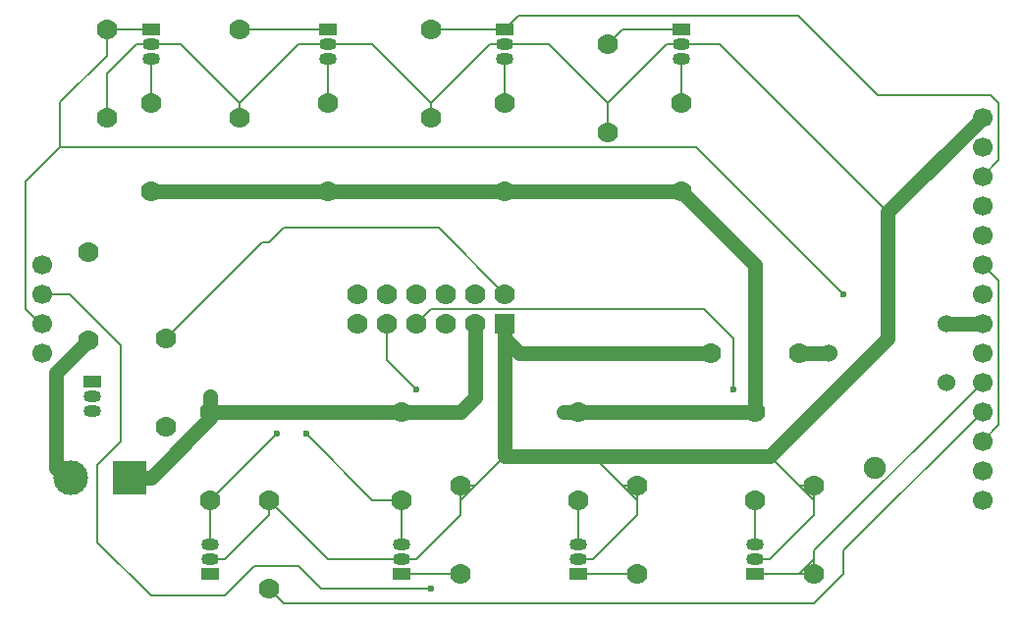
<source format=gbr>
%TF.GenerationSoftware,KiCad,Pcbnew,8.0.6*%
%TF.CreationDate,2025-05-19T18:36:41-06:00*%
%TF.ProjectId,Subsystem SPI Breakout v4,53756273-7973-4746-956d-205350492042,rev?*%
%TF.SameCoordinates,Original*%
%TF.FileFunction,Copper,L1,Top*%
%TF.FilePolarity,Positive*%
%FSLAX46Y46*%
G04 Gerber Fmt 4.6, Leading zero omitted, Abs format (unit mm)*
G04 Created by KiCad (PCBNEW 8.0.6) date 2025-05-19 18:36:41*
%MOMM*%
%LPD*%
G01*
G04 APERTURE LIST*
%TA.AperFunction,ComponentPad*%
%ADD10C,1.778000*%
%TD*%
%TA.AperFunction,ComponentPad*%
%ADD11C,1.524000*%
%TD*%
%TA.AperFunction,ComponentPad*%
%ADD12R,1.500000X1.050000*%
%TD*%
%TA.AperFunction,ComponentPad*%
%ADD13O,1.500000X1.050000*%
%TD*%
%TA.AperFunction,ComponentPad*%
%ADD14C,1.905000*%
%TD*%
%TA.AperFunction,ComponentPad*%
%ADD15R,3.000000X3.000000*%
%TD*%
%TA.AperFunction,ComponentPad*%
%ADD16C,3.000000*%
%TD*%
%TA.AperFunction,ComponentPad*%
%ADD17R,1.778000X1.778000*%
%TD*%
%TA.AperFunction,ComponentPad*%
%ADD18C,1.700000*%
%TD*%
%TA.AperFunction,ViaPad*%
%ADD19C,0.600000*%
%TD*%
%TA.AperFunction,Conductor*%
%ADD20C,1.270000*%
%TD*%
%TA.AperFunction,Conductor*%
%ADD21C,0.200000*%
%TD*%
G04 APERTURE END LIST*
D10*
%TO.P,R5,P$1,P$1*%
%TO.N,/3V3*%
X120600000Y-78740000D03*
%TO.P,R5,P$2,P$2*%
%TO.N,/MISO_3V3*%
X120600000Y-71120000D03*
%TD*%
%TO.P,R9,P$1,P$1*%
%TO.N,/3V3*%
X172720000Y-99060000D03*
%TO.P,R9,P$2,P$2*%
%TO.N,Net-(Brightness Adjust1-PadVin)*%
X180340000Y-99060000D03*
%TD*%
D11*
%TO.P,Brightness Adjust1,Vin*%
%TO.N,Net-(Brightness Adjust1-PadVin)*%
X182880000Y-99060000D03*
%TO.P,Brightness Adjust1,Vout1*%
%TO.N,Net-(Brightness Adjust1-PadVout1)*%
X193040000Y-96520000D03*
%TO.P,Brightness Adjust1,Vout2*%
%TO.N,unconnected-(Brightness Adjust1-PadVout2)*%
X193040000Y-101600000D03*
%TD*%
D10*
%TO.P,R16,P$1,P$1*%
%TO.N,/3V3*%
X134620000Y-111760000D03*
%TO.P,R16,P$2,P$2*%
%TO.N,/CS_TOUCH_3V3*%
X134620000Y-119380000D03*
%TD*%
%TO.P,R10,P$1,P$1*%
%TO.N,/3V3*%
X148590000Y-78740000D03*
%TO.P,R10,P$2,P$2*%
%TO.N,/CS_TFT_3V3*%
X148590000Y-71120000D03*
%TD*%
D12*
%TO.P,CS_SD1,1,D*%
%TO.N,/CS_SD_3V3*%
X139700000Y-71120000D03*
D13*
%TO.P,CS_SD1,2,G*%
%TO.N,/3V3*%
X139700000Y-72390000D03*
%TO.P,CS_SD1,3,S*%
%TO.N,/CS_SD_5V*%
X139700000Y-73660000D03*
%TD*%
D12*
%TO.P,DC1,1,D*%
%TO.N,/DC_3V3*%
X170180000Y-71120000D03*
D13*
%TO.P,DC1,2,G*%
%TO.N,/3V3*%
X170180000Y-72390000D03*
%TO.P,DC1,3,S*%
%TO.N,/DC_5V*%
X170180000Y-73660000D03*
%TD*%
D10*
%TO.P,R1,P$1,P$1*%
%TO.N,/3V3*%
X181610000Y-110490000D03*
%TO.P,R1,P$2,P$2*%
%TO.N,/SCK_3V3*%
X181610000Y-118110000D03*
%TD*%
%TO.P,R17,P$1,P$1*%
%TO.N,/5V*%
X129540000Y-104140000D03*
%TO.P,R17,P$2,P$2*%
%TO.N,/CS_TOUCH_5V*%
X129540000Y-111760000D03*
%TD*%
%TO.P,R14,P$1,P$1*%
%TO.N,/3V3*%
X132080000Y-78740000D03*
%TO.P,R14,P$2,P$2*%
%TO.N,/CS_SD_3V3*%
X132080000Y-71120000D03*
%TD*%
%TO.P,R11,P$1,P$1*%
%TO.N,/5V*%
X154940000Y-85090000D03*
%TO.P,R11,P$2,P$2*%
%TO.N,/CS_TFT_5V*%
X154940000Y-77470000D03*
%TD*%
D12*
%TO.P,RESET1,1,D*%
%TO.N,/RESET_3V3*%
X146050000Y-118110000D03*
D13*
%TO.P,RESET1,2,G*%
%TO.N,/3V3*%
X146050000Y-116840000D03*
%TO.P,RESET1,3,S*%
%TO.N,/RESET_5V*%
X146050000Y-115570000D03*
%TD*%
D10*
%TO.P,R6,P$1,P$1*%
%TO.N,/5V*%
X124460000Y-85090000D03*
%TO.P,R6,P$2,P$2*%
%TO.N,/MISO_5V*%
X124460000Y-77470000D03*
%TD*%
D12*
%TO.P,MISO1,1,D*%
%TO.N,/MISO_3V3*%
X124460000Y-71120000D03*
D13*
%TO.P,MISO1,2,G*%
%TO.N,/3V3*%
X124460000Y-72390000D03*
%TO.P,MISO1,3,S*%
%TO.N,/MISO_5V*%
X124460000Y-73660000D03*
%TD*%
D14*
%TO.P,U1,1,T_IRQ*%
%TO.N,Net-(U1-T_IRQ)*%
X186800000Y-109000000D03*
%TD*%
D15*
%TO.P,LS1,1,1*%
%TO.N,/5V*%
X122600000Y-109800000D03*
D16*
%TO.P,LS1,2,2*%
%TO.N,Net-(LS1-Pad2)*%
X117520000Y-109800000D03*
%TD*%
D10*
%TO.P,R15,P$1,P$1*%
%TO.N,/5V*%
X139700000Y-85090000D03*
%TO.P,R15,P$2,P$2*%
%TO.N,/CS_SD_5V*%
X139700000Y-77470000D03*
%TD*%
D17*
%TO.P,C1,3V3,3V3*%
%TO.N,/3V3*%
X154940000Y-96520000D03*
D10*
%TO.P,C1,5V,5V*%
%TO.N,/5V*%
X152400000Y-96520000D03*
%TO.P,C1,GND,GND*%
%TO.N,/GND*%
X149860000Y-96520000D03*
%TO.P,C1,MISO,MISO*%
%TO.N,/MISO_5V*%
X144780000Y-93980000D03*
%TO.P,C1,MOSI,MOSI*%
%TO.N,/MOSI_5V*%
X144780000Y-96520000D03*
%TO.P,C1,RST,Reset*%
%TO.N,/RESET_5V*%
X142240000Y-96520000D03*
%TO.P,C1,SCK,SCK*%
%TO.N,/SCK_5V*%
X147320000Y-96520000D03*
%TO.P,C1,SD_CS,SD_CS*%
%TO.N,/CS_SD_5V*%
X147320000Y-93980000D03*
%TO.P,C1,SPKR,SPKR*%
%TO.N,Net-(C1-PadSPKR)*%
X154940000Y-93980000D03*
%TO.P,C1,TFT_CS,TFT_CS*%
%TO.N,/CS_TFT_5V*%
X149860000Y-93980000D03*
%TO.P,C1,TFT_DC,TFT_DC*%
%TO.N,/DC_5V*%
X152400000Y-93980000D03*
%TO.P,C1,T_CS,Touch_CS*%
%TO.N,/CS_TOUCH_5V*%
X142240000Y-93980000D03*
%TD*%
D12*
%TO.P,MOSI1,1,D*%
%TO.N,/MOSI_3V3*%
X161290000Y-118110000D03*
D13*
%TO.P,MOSI1,2,G*%
%TO.N,/3V3*%
X161290000Y-116840000D03*
%TO.P,MOSI1,3,S*%
%TO.N,/MOSI_5V*%
X161290000Y-115570000D03*
%TD*%
D10*
%TO.P,R12,P$1,P$1*%
%TO.N,/3V3*%
X163830000Y-80010000D03*
%TO.P,R12,P$2,P$2*%
%TO.N,/DC_3V3*%
X163830000Y-72390000D03*
%TD*%
%TO.P,R2,P$1,P$1*%
%TO.N,/5V*%
X176530000Y-104140000D03*
%TO.P,R2,P$2,P$2*%
%TO.N,/SCK_5V*%
X176530000Y-111760000D03*
%TD*%
D12*
%TO.P,Amplifying Transistor1,1,E*%
%TO.N,Net-(Amplifying Transistor1-E)*%
X119380000Y-101540000D03*
D13*
%TO.P,Amplifying Transistor1,2,B*%
%TO.N,Net-(Amplifying Transistor1-B)*%
X119380000Y-102810000D03*
%TO.P,Amplifying Transistor1,3,C*%
%TO.N,/GND*%
X119380000Y-104080000D03*
%TD*%
D10*
%TO.P,R7,P$1,P$1*%
%TO.N,Net-(Amplifying Transistor1-E)*%
X119000000Y-90390000D03*
%TO.P,R7,P$2,P$2*%
%TO.N,Net-(LS1-Pad2)*%
X119000000Y-98010000D03*
%TD*%
%TO.P,R13,P$1,P$1*%
%TO.N,/5V*%
X170180000Y-85090000D03*
%TO.P,R13,P$2,P$2*%
%TO.N,/DC_5V*%
X170180000Y-77470000D03*
%TD*%
%TO.P,R19,P$1,P$1*%
%TO.N,/5V*%
X146050000Y-104140000D03*
%TO.P,R19,P$2,P$2*%
%TO.N,/RESET_5V*%
X146050000Y-111760000D03*
%TD*%
D12*
%TO.P,CS_TFT1,1,D*%
%TO.N,/CS_TFT_3V3*%
X154940000Y-71120000D03*
D13*
%TO.P,CS_TFT1,2,G*%
%TO.N,/3V3*%
X154940000Y-72390000D03*
%TO.P,CS_TFT1,3,S*%
%TO.N,/CS_TFT_5V*%
X154940000Y-73660000D03*
%TD*%
D12*
%TO.P,SCK1,1,D*%
%TO.N,/SCK_3V3*%
X176530000Y-118110000D03*
D13*
%TO.P,SCK1,2,G*%
%TO.N,/3V3*%
X176530000Y-116840000D03*
%TO.P,SCK1,3,S*%
%TO.N,/SCK_5V*%
X176530000Y-115570000D03*
%TD*%
D10*
%TO.P,R3,P$1,P$1*%
%TO.N,/3V3*%
X166370000Y-110490000D03*
%TO.P,R3,P$2,P$2*%
%TO.N,/MOSI_3V3*%
X166370000Y-118110000D03*
%TD*%
%TO.P,R18,P$1,P$1*%
%TO.N,/3V3*%
X151130000Y-110490000D03*
%TO.P,R18,P$2,P$2*%
%TO.N,/RESET_3V3*%
X151130000Y-118110000D03*
%TD*%
%TO.P,R8,P$1,P$1*%
%TO.N,Net-(Amplifying Transistor1-B)*%
X125730000Y-105410000D03*
%TO.P,R8,P$2,P$2*%
%TO.N,Net-(C1-PadSPKR)*%
X125730000Y-97790000D03*
%TD*%
%TO.P,R4,P$1,P$1*%
%TO.N,/5V*%
X161290000Y-104140000D03*
%TO.P,R4,P$2,P$2*%
%TO.N,/MOSI_5V*%
X161290000Y-111760000D03*
%TD*%
D18*
%TO.P,U2,CS,CS*%
%TO.N,/CS_TFT_3V3*%
X196140000Y-83820000D03*
%TO.P,U2,DC,DC*%
%TO.N,/DC_3V3*%
X196140000Y-88900000D03*
%TO.P,U2,GND,GND*%
%TO.N,/GND*%
X196140000Y-81280000D03*
%TO.P,U2,LED,LED*%
%TO.N,Net-(Brightness Adjust1-PadVout1)*%
X196140000Y-96520000D03*
%TO.P,U2,RESET,RESET*%
%TO.N,/RESET_3V3*%
X196140000Y-86360000D03*
%TO.P,U2,SCK,SCK*%
%TO.N,/SCK_3V3*%
X196140000Y-93980000D03*
%TO.P,U2,SDI(MOSI),SDI(MOSI)*%
%TO.N,/MOSI_3V3*%
X196140000Y-91440000D03*
%TO.P,U2,SDO(MISO),SDO(MISO)*%
%TO.N,/MISO_3V3*%
X196140000Y-99060000D03*
%TO.P,U2,SD_CS,SD_CS*%
%TO.N,/CS_SD_3V3*%
X115030000Y-91440000D03*
%TO.P,U2,SD_MISO,SD_MISO*%
%TO.N,/MISO_3V3*%
X115030000Y-96520000D03*
%TO.P,U2,SD_MOSI,SD_MOSI*%
%TO.N,/MOSI_3V3*%
X115030000Y-93980000D03*
%TO.P,U2,SD_SCK,SD_SCK*%
%TO.N,/SCK_3V3*%
X115030000Y-99060000D03*
%TO.P,U2,T_CLK,T_CLK*%
X196140000Y-101600000D03*
%TO.P,U2,T_CS,T_CS*%
%TO.N,/CS_TOUCH_3V3*%
X196140000Y-104140000D03*
%TO.P,U2,T_DIN,T_DIN*%
%TO.N,/MOSI_3V3*%
X196140000Y-106680000D03*
%TO.P,U2,T_DO,T_DO*%
%TO.N,/MISO_3V3*%
X196140000Y-109220000D03*
%TO.P,U2,T_IRQ,T_IRQ*%
%TO.N,Net-(U1-T_IRQ)*%
X196140000Y-111760000D03*
%TO.P,U2,Vcc,Vcc*%
%TO.N,/3V3*%
X196140000Y-78740000D03*
%TD*%
D12*
%TO.P,CS_Touch1,1,D*%
%TO.N,/CS_TOUCH_3V3*%
X129540000Y-118110000D03*
D13*
%TO.P,CS_Touch1,2,G*%
%TO.N,/3V3*%
X129540000Y-116840000D03*
%TO.P,CS_Touch1,3,S*%
%TO.N,/CS_TOUCH_5V*%
X129540000Y-115570000D03*
%TD*%
D19*
%TO.N,/RESET_5V*%
X137795000Y-106045000D03*
%TO.N,/CS_TOUCH_5V*%
X135255000Y-106045000D03*
%TO.N,/MOSI_5V*%
X147320000Y-102235000D03*
%TO.N,/SCK_5V*%
X174625000Y-102235000D03*
%TO.N,/MOSI_3V3*%
X148590000Y-119380000D03*
%TO.N,/MISO_3V3*%
X184150000Y-93980000D03*
%TD*%
D20*
%TO.N,/5V*%
X176530000Y-91440000D02*
X170180000Y-85090000D01*
X170180000Y-85090000D02*
X124460000Y-85090000D01*
X160020000Y-104140000D02*
X176530000Y-104140000D01*
X124460000Y-85090000D02*
X125730000Y-85090000D01*
X151130000Y-104140000D02*
X147320000Y-104140000D01*
X176530000Y-104140000D02*
X176530000Y-91440000D01*
X152400000Y-96520000D02*
X152400000Y-101600000D01*
X160020000Y-104140000D02*
X161290000Y-104140000D01*
X152400000Y-102870000D02*
X151130000Y-104140000D01*
X129540000Y-102810000D02*
X129540000Y-104660000D01*
X124400000Y-109800000D02*
X122550000Y-109800000D01*
X147320000Y-104140000D02*
X142240000Y-104140000D01*
X152400000Y-101600000D02*
X152400000Y-102870000D01*
X129540000Y-104660000D02*
X124400000Y-109800000D01*
X142240000Y-104140000D02*
X129540000Y-104140000D01*
X147320000Y-104140000D02*
X146050000Y-104140000D01*
D21*
%TO.N,/RESET_5V*%
X146050000Y-115570000D02*
X146050000Y-111760000D01*
X143510000Y-111760000D02*
X146050000Y-111760000D01*
X137795000Y-106045000D02*
X143510000Y-111760000D01*
%TO.N,/CS_TFT_5V*%
X154940000Y-77470000D02*
X154940000Y-73660000D01*
%TO.N,/DC_5V*%
X170180000Y-73660000D02*
X170180000Y-77470000D01*
%TO.N,Net-(C1-PadSPKR)*%
X134620000Y-89535000D02*
X135890000Y-88265000D01*
X125730000Y-97790000D02*
X133985000Y-89535000D01*
X135890000Y-88265000D02*
X149225000Y-88265000D01*
X133985000Y-89535000D02*
X134620000Y-89535000D01*
X149225000Y-88265000D02*
X154940000Y-93980000D01*
%TO.N,/CS_TOUCH_5V*%
X129540000Y-111760000D02*
X135255000Y-106045000D01*
X129540000Y-111760000D02*
X129540000Y-115570000D01*
%TO.N,/MOSI_5V*%
X144780000Y-99695000D02*
X147320000Y-102235000D01*
X144780000Y-96520000D02*
X144780000Y-99695000D01*
X161290000Y-115570000D02*
X161290000Y-111760000D01*
%TO.N,/SCK_5V*%
X148590000Y-95250000D02*
X172085000Y-95250000D01*
X176530000Y-115570000D02*
X176530000Y-111760000D01*
X174625000Y-97790000D02*
X174625000Y-102235000D01*
X147320000Y-96520000D02*
X148590000Y-95250000D01*
X172085000Y-95250000D02*
X174625000Y-97790000D01*
%TO.N,/3V3*%
X148590000Y-77470000D02*
X143510000Y-72390000D01*
X181610000Y-110490000D02*
X181610000Y-111760000D01*
X151130000Y-111760000D02*
X151130000Y-113017235D01*
X139700000Y-116840000D02*
X134620000Y-111760000D01*
D20*
X187960000Y-86920000D02*
X196140000Y-78740000D01*
D21*
X166370000Y-111760000D02*
X165100000Y-110490000D01*
X181610000Y-111760000D02*
X181610000Y-113017235D01*
X166370000Y-113030000D02*
X162560000Y-116840000D01*
X132080000Y-77470000D02*
X127000000Y-72390000D01*
X154940000Y-72390000D02*
X153670000Y-72390000D01*
X151130000Y-111760000D02*
X152400000Y-110490000D01*
X158750000Y-72390000D02*
X154940000Y-72390000D01*
X166370000Y-111760000D02*
X166370000Y-113030000D01*
X143510000Y-72390000D02*
X139700000Y-72390000D01*
X148590000Y-77470000D02*
X148590000Y-78740000D01*
X153670000Y-72390000D02*
X148590000Y-77470000D01*
X162560000Y-116840000D02*
X161290000Y-116840000D01*
X166370000Y-110490000D02*
X165100000Y-110490000D01*
X134620000Y-113017235D02*
X130797235Y-116840000D01*
D20*
X162560000Y-107950000D02*
X177800000Y-107950000D01*
D21*
X165100000Y-110490000D02*
X162560000Y-107950000D01*
X177787235Y-116840000D02*
X176530000Y-116840000D01*
X151130000Y-113017235D02*
X147307235Y-116840000D01*
X151130000Y-110490000D02*
X151130000Y-111760000D01*
X166370000Y-110490000D02*
X166370000Y-111760000D01*
D20*
X154940000Y-96520000D02*
X154940000Y-97790000D01*
D21*
X132080000Y-77470000D02*
X132080000Y-78740000D01*
D20*
X156210000Y-99060000D02*
X172720000Y-99060000D01*
D21*
X170180000Y-72390000D02*
X168910000Y-72390000D01*
X137160000Y-72390000D02*
X132080000Y-77470000D01*
X163830000Y-77470000D02*
X158750000Y-72390000D01*
X181610000Y-111760000D02*
X180340000Y-110490000D01*
X124460000Y-72390000D02*
X123190000Y-72390000D01*
X181610000Y-113017235D02*
X177787235Y-116840000D01*
X152400000Y-110490000D02*
X154940000Y-107950000D01*
D20*
X154940000Y-97790000D02*
X154940000Y-107950000D01*
D21*
X151130000Y-110490000D02*
X152400000Y-110490000D01*
D20*
X154940000Y-107950000D02*
X162560000Y-107950000D01*
D21*
X168910000Y-72390000D02*
X163830000Y-77470000D01*
X170180000Y-72390000D02*
X173430000Y-72390000D01*
X163830000Y-77470000D02*
X163830000Y-80010000D01*
X134620000Y-111760000D02*
X134620000Y-113017235D01*
X120600000Y-74980000D02*
X120600000Y-78740000D01*
X147307235Y-116840000D02*
X146050000Y-116840000D01*
X173430000Y-72390000D02*
X187960000Y-86920000D01*
X123190000Y-72390000D02*
X120600000Y-74980000D01*
X180340000Y-110490000D02*
X177800000Y-107950000D01*
X146050000Y-116840000D02*
X139700000Y-116840000D01*
X139700000Y-72390000D02*
X137160000Y-72390000D01*
D20*
X187960000Y-97790000D02*
X187960000Y-86920000D01*
D21*
X130797235Y-116840000D02*
X129540000Y-116840000D01*
D20*
X177800000Y-107950000D02*
X187960000Y-97790000D01*
X154940000Y-97790000D02*
X156210000Y-99060000D01*
D21*
X127000000Y-72390000D02*
X124460000Y-72390000D01*
X181610000Y-110490000D02*
X180340000Y-110490000D01*
%TO.N,/CS_SD_5V*%
X139700000Y-77470000D02*
X139700000Y-73660000D01*
%TO.N,/MISO_5V*%
X124460000Y-77470000D02*
X124460000Y-73660000D01*
%TO.N,/SCK_3V3*%
X181610000Y-116840000D02*
X181610000Y-116130000D01*
X181610000Y-118110000D02*
X181610000Y-116840000D01*
X181610000Y-116130000D02*
X196140000Y-101600000D01*
X180340000Y-118110000D02*
X180975000Y-117475000D01*
X181610000Y-118110000D02*
X180975000Y-117475000D01*
X181610000Y-118110000D02*
X180340000Y-118110000D01*
X180975000Y-117475000D02*
X181610000Y-116840000D01*
X176530000Y-118110000D02*
X180340000Y-118110000D01*
%TO.N,/MOSI_3V3*%
X119800000Y-115415000D02*
X119800000Y-108700000D01*
X121800000Y-106700000D02*
X121800000Y-98400000D01*
X197520000Y-92820000D02*
X197520000Y-105300000D01*
X161290000Y-118110000D02*
X166370000Y-118110000D01*
X139065000Y-119380000D02*
X137160000Y-117475000D01*
X197520000Y-105300000D02*
X196140000Y-106680000D01*
X130810000Y-120015000D02*
X124400000Y-120015000D01*
X124400000Y-120015000D02*
X119800000Y-115415000D01*
X133350000Y-117475000D02*
X130810000Y-120015000D01*
X119800000Y-108700000D02*
X121800000Y-106700000D01*
X137160000Y-117475000D02*
X133350000Y-117475000D01*
X148590000Y-119380000D02*
X139065000Y-119380000D01*
X196140000Y-91440000D02*
X197520000Y-92820000D01*
X121800000Y-98400000D02*
X117380000Y-93980000D01*
X117380000Y-93980000D02*
X114860000Y-93980000D01*
%TO.N,/MISO_3V3*%
X184150000Y-93980000D02*
X171450000Y-81280000D01*
X116600000Y-81280000D02*
X113600000Y-84280000D01*
X116600000Y-81280000D02*
X116600000Y-77400000D01*
X113600000Y-84280000D02*
X113600000Y-95260000D01*
X116600000Y-77400000D02*
X120600000Y-73400000D01*
X171450000Y-81280000D02*
X116600000Y-81280000D01*
X120600000Y-73400000D02*
X120600000Y-71120000D01*
X120600000Y-71120000D02*
X124460000Y-71120000D01*
X113600000Y-95260000D02*
X114860000Y-96520000D01*
%TO.N,/CS_TFT_3V3*%
X180259000Y-69931000D02*
X187128000Y-76800000D01*
X197520000Y-82440000D02*
X196140000Y-83820000D01*
X154940000Y-71120000D02*
X156129000Y-69931000D01*
X196850000Y-76800000D02*
X197520000Y-77470000D01*
X156129000Y-69931000D02*
X180259000Y-69931000D01*
X148590000Y-71120000D02*
X154940000Y-71120000D01*
X187128000Y-76800000D02*
X196850000Y-76800000D01*
X197520000Y-77470000D02*
X197520000Y-82440000D01*
%TO.N,/DC_3V3*%
X165100000Y-71120000D02*
X163830000Y-72390000D01*
X170180000Y-71120000D02*
X165100000Y-71120000D01*
%TO.N,/CS_SD_3V3*%
X139700000Y-71120000D02*
X132080000Y-71120000D01*
%TO.N,/CS_TOUCH_3V3*%
X184150000Y-118110000D02*
X181610000Y-120650000D01*
X184150000Y-116130000D02*
X184150000Y-118110000D01*
X181610000Y-120650000D02*
X135890000Y-120650000D01*
X196140000Y-104140000D02*
X184150000Y-116130000D01*
X135890000Y-120650000D02*
X134620000Y-119380000D01*
%TO.N,/RESET_3V3*%
X146050000Y-118110000D02*
X151130000Y-118110000D01*
D20*
%TO.N,Net-(Brightness Adjust1-PadVout1)*%
X193040000Y-96520000D02*
X196140000Y-96520000D01*
%TO.N,Net-(LS1-Pad2)*%
X117520000Y-110600000D02*
X117520000Y-110320000D01*
X116200000Y-100810000D02*
X119000000Y-98010000D01*
X116200000Y-109000000D02*
X116200000Y-100810000D01*
X117520000Y-110320000D02*
X116200000Y-109000000D01*
%TO.N,Net-(Brightness Adjust1-PadVin)*%
X180340000Y-99060000D02*
X182880000Y-99060000D01*
%TD*%
M02*

</source>
